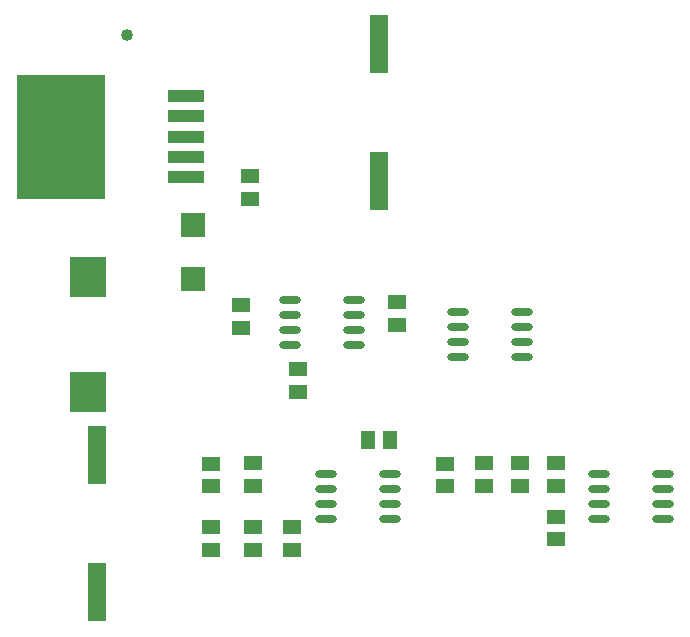
<source format=gtp>
G04*
G04 #@! TF.GenerationSoftware,Altium Limited,Altium Designer,22.0.2 (36)*
G04*
G04 Layer_Color=8421504*
%FSLAX25Y25*%
%MOIN*%
G70*
G04*
G04 #@! TF.SameCoordinates,0D3B301A-5C7D-42CB-B649-B08759771362*
G04*
G04*
G04 #@! TF.FilePolarity,Positive*
G04*
G01*
G75*
%ADD16O,0.07343X0.02480*%
%ADD17R,0.05906X0.05118*%
%ADD18R,0.06299X0.19685*%
%ADD19R,0.12284X0.13480*%
%ADD20C,0.04000*%
%ADD21R,0.05118X0.05906*%
%ADD22R,0.29610X0.41600*%
%ADD23R,0.12137X0.04016*%
%ADD24R,0.07874X0.07874*%
D16*
X150939Y107500D02*
D03*
Y102500D02*
D03*
Y97500D02*
D03*
Y92500D02*
D03*
X172061Y107500D02*
D03*
Y102500D02*
D03*
Y97500D02*
D03*
Y92500D02*
D03*
X128061Y38577D02*
D03*
Y43577D02*
D03*
Y48577D02*
D03*
Y53577D02*
D03*
X106939Y38577D02*
D03*
Y43577D02*
D03*
Y48577D02*
D03*
Y53577D02*
D03*
X197939Y53500D02*
D03*
Y48500D02*
D03*
Y43500D02*
D03*
Y38500D02*
D03*
X219061Y53500D02*
D03*
Y48500D02*
D03*
Y43500D02*
D03*
Y38500D02*
D03*
X116061Y96577D02*
D03*
Y101577D02*
D03*
Y106577D02*
D03*
Y111577D02*
D03*
X94939Y96577D02*
D03*
Y101577D02*
D03*
Y106577D02*
D03*
Y111577D02*
D03*
D17*
X97500Y88557D02*
D03*
Y81077D02*
D03*
X183500Y31907D02*
D03*
Y39387D02*
D03*
X146500Y49597D02*
D03*
Y57077D02*
D03*
X95500Y35867D02*
D03*
Y28387D02*
D03*
X82500Y28337D02*
D03*
Y35817D02*
D03*
X68500Y28337D02*
D03*
Y35817D02*
D03*
X130500Y110817D02*
D03*
Y103337D02*
D03*
X78500Y102337D02*
D03*
Y109817D02*
D03*
X171500Y49647D02*
D03*
Y57127D02*
D03*
X183500Y49647D02*
D03*
Y57127D02*
D03*
X159500Y49647D02*
D03*
Y57127D02*
D03*
X68500Y57077D02*
D03*
Y49597D02*
D03*
X81500Y145337D02*
D03*
Y152817D02*
D03*
X82500Y49647D02*
D03*
Y57127D02*
D03*
D18*
X30500Y14165D02*
D03*
Y59835D02*
D03*
X124500Y196912D02*
D03*
Y151243D02*
D03*
D19*
X27500Y119205D02*
D03*
Y80795D02*
D03*
D20*
X40500Y200077D02*
D03*
D21*
X120760Y65077D02*
D03*
X128240D02*
D03*
D22*
X18500Y166077D02*
D03*
D23*
X60310Y179463D02*
D03*
Y172770D02*
D03*
Y166077D02*
D03*
Y159384D02*
D03*
Y152691D02*
D03*
D24*
X62500Y118445D02*
D03*
Y136555D02*
D03*
M02*

</source>
